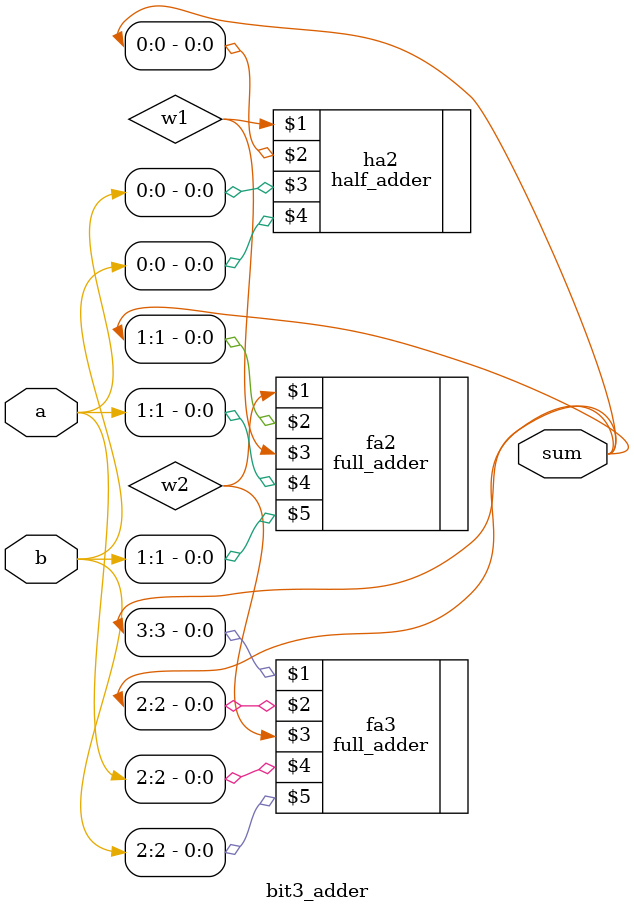
<source format=v>
module bit3_adder(
      output [3:0]sum,
      input [2:0]a,b
      );
      
      wire w1,w2;
      
      half_adder ha2(w1,sum[0],a[0],b[0]);
      full_adder fa2(w2,sum[1],w1,a[1],b[1]);
      full_adder fa3(sum[3],sum[2],w2,a[2],b[2]);
      
      
      
      
endmodule
</source>
